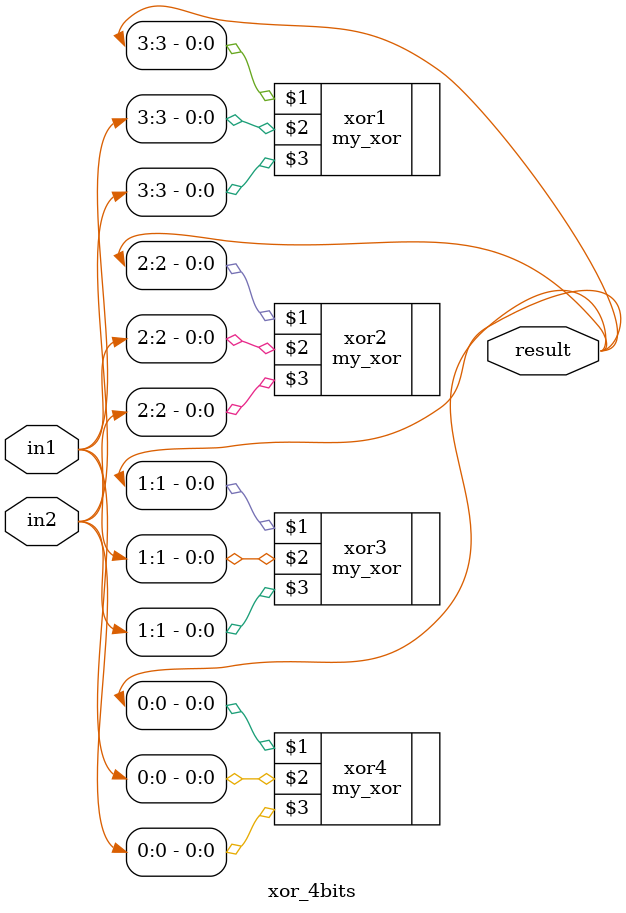
<source format=v>
module xor_4bits (output[3:0] result  ,input [3:0] in1,  input [3:0] in2);

	my_xor xor1 (result[3], in1[3], in2[3]);
	my_xor xor2 (result[2], in1[2], in2[2]);
	my_xor xor3 (result[1], in1[1], in2[1]);
	my_xor xor4 (result[0], in1[0], in2[0]);

endmodule
</source>
